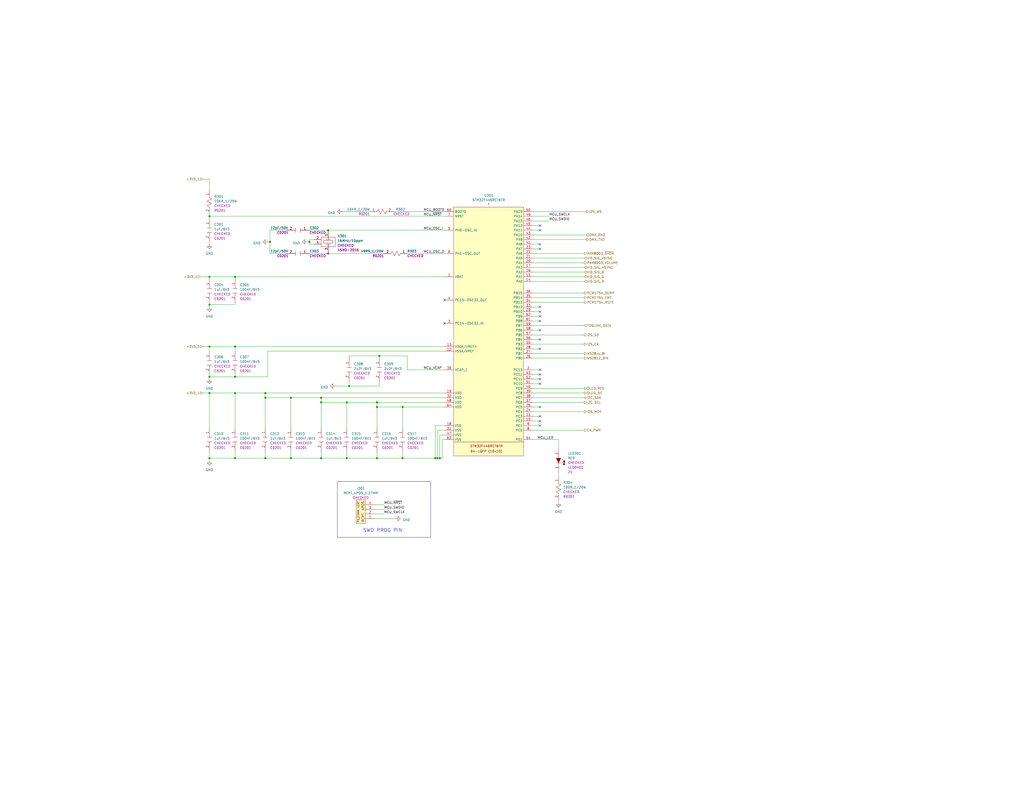
<source format=kicad_sch>
(kicad_sch (version 20230121) (generator eeschema)
  (paper "C")
  (title_block (title "Blender") (date "2023/09/18") (rev "v1.0") (company "Mend0z0") (comment 1 "v1.0") (comment 2 "RELEASED") (comment 3 "Siavash Taher Parvar") (comment 4 "_BOM_Blender_v1.0.html") (comment 5 "_HW_Blender.kicad_pcb") (comment 6 "_GBR_Blender_v1.0") (comment 7 "_ASM_Blender_v1.0") (comment 8 "N/A") (comment 9 "Initial version"))
  (lib_symbols
    (symbol "_SCHLIB_Blender:CAP_100nF/6V3_C0201"
      (property "Reference" "C" (at 2.54 5.08 0))
      (property "Value" "100nF{slash}6V3" (at 2.54 7.62 0))
      (property "SCH CHECK" "CHECKED" (at 2.54 22.86 0))
      (property "Package" "C0201" (at 2.54 25.4 0))
      (symbol "CAP_100nF/6V3_C0201_0_0"
        (polyline (pts (xy 5.08 1.27) (xy 5.08 -1.27)))
        (polyline (pts (xy 7.62 1.27) (xy 7.62 -1.27)))
      )
      (symbol "CAP_100nF/6V3_C0201_1_1"
        (pin passive line (at 0 0 0) (length 5.08) (name "") (number "1"))
        (pin passive line (at 12.7 0 180) (length 5.08) (name "") (number "2"))
      )
    )
    (symbol "_SCHLIB_Blender:CAP_12pF/50V_C0201"
      (property "Reference" "C" (at 3.81 5.08 0))
      (property "Value" "12pF{slash}50V" (at 3.81 7.62 0))
      (property "SCH CHECK" "CHECKED" (at 3.81 22.86 0))
      (property "Package" "C0201" (at 3.81 25.4 0))
      (symbol "CAP_12pF/50V_C0201_0_0"
        (polyline (pts (xy 5.08 1.27) (xy 5.08 -1.27)))
        (polyline (pts (xy 7.62 1.27) (xy 7.62 -1.27)))
      )
      (symbol "CAP_12pF/50V_C0201_1_1"
        (pin passive line (at 0 0 0) (length 5.08) (name "") (number "1"))
        (pin passive line (at 12.7 0 180) (length 5.08) (name "") (number "2"))
      )
    )
    (symbol "_SCHLIB_Blender:CAP_1uF/6V3_C0201"
      (property "Reference" "C" (at 2.54 3.81 0))
      (property "Value" "1uF{slash}6V3" (at 2.54 6.35 0))
      (property "SCH CHECK" "CHECKED" (at 2.54 21.59 0))
      (property "Package" "C0201" (at 2.54 24.13 0))
      (symbol "CAP_1uF/6V3_C0201_0_0"
        (polyline (pts (xy 5.08 1.27) (xy 5.08 -1.27)))
        (polyline (pts (xy 7.62 1.27) (xy 7.62 -1.27)))
      )
      (symbol "CAP_1uF/6V3_C0201_1_1"
        (pin passive line (at 0 0 0) (length 5.08) (name "") (number "1"))
        (pin passive line (at 12.7 0 180) (length 5.08) (name "") (number "2"))
      )
    )
    (symbol "_SCHLIB_Blender:CAP_2u2F/6V3_C0201"
      (property "Reference" "C" (at 2.54 3.81 0))
      (property "Value" "2u2F/6V3" (at 2.54 6.35 0))
      (property "SCH CHECK" "CHECKED" (at 2.54 21.59 0))
      (property "Package" "C0201" (at 2.54 24.13 0))
      (symbol "CAP_2u2F/6V3_C0201_0_0"
        (polyline (pts (xy 5.08 1.27) (xy 5.08 -1.27)))
        (polyline (pts (xy 7.62 1.27) (xy 7.62 -1.27)))
      )
      (symbol "CAP_2u2F/6V3_C0201_1_1"
        (pin passive line (at 0 0 0) (length 5.08) (name "") (number "1"))
        (pin passive line (at 12.7 0 180) (length 5.08) (name "") (number "2"))
      )
    )
    (symbol "_SCHLIB_Blender:CONN_RCPT_4POS_1.27MM_VERT"
      (property "Reference" "J" (at 2.54 2.54 0))
      (property "Value" "RCPT_4POS_1.27MM" (at 2.54 5.08 0))
      (property "SCH CHECK" "CHECKED" (at 2.54 20.32 0))
      (symbol "CONN_RCPT_4POS_1.27MM_VERT_0_0"
        (text "P1.27MM, VERT" (at 8.89 -6.35 900) (effects (font (size 1.016 1.016))))
        (text "RCPT, 4POS" (at 6.35 -6.35 900) (effects (font (size 1.27 1.27))))
      )
      (symbol "CONN_RCPT_4POS_1.27MM_VERT_0_1"
        (rectangle (start 5.08 0) (end 10.16 -12.7) (fill (type background)))
      )
      (symbol "CONN_RCPT_4POS_1.27MM_VERT_1_1"
        (pin passive line (at 0 -2.54 0) (length 5.08) (name "") (number "1"))
        (pin passive line (at 0 -5.08 0) (length 5.08) (name "") (number "2"))
        (pin passive line (at 0 -7.62 0) (length 5.08) (name "") (number "3"))
        (pin passive line (at 0 -10.16 0) (length 5.08) (name "") (number "4"))
      )
    )
    (symbol "_SCHLIB_Blender:LED_RED_0402"
      (property "Reference" "LED" (at 2.54 6.35 0))
      (property "Value" "RED" (at 2.54 8.89 0))
      (property "SCH CHECK" "CHECKED" (at 2.54 24.13 0))
      (property "Package" "LED0402" (at 2.54 26.67 0))
      (property "VOLTAGE RATED" "2V" (at 2.54 29.21 0))
      (symbol "LED_RED_0402_0_1"
        (polyline (pts (xy 5.588 1.905) (xy 6.604 2.794)))
        (polyline (pts (xy 7.239 1.905) (xy 8.001 2.667)))
        (polyline (pts (xy 7.62 -1.27) (xy 7.62 1.27)))
        (polyline (pts (xy 5.08 1.27) (xy 5.08 -1.27) (xy 7.62 0) (xy 5.08 1.27)) (fill (type outline)))
        (polyline (pts (xy 6.223 3.302) (xy 7.112 2.413) (xy 7.366 3.556) (xy 6.223 3.302)) (fill (type outline)))
        (polyline (pts (xy 7.62 3.175) (xy 8.509 2.286) (xy 8.763 3.429) (xy 7.62 3.175)) (fill (type outline)))
      )
      (symbol "LED_RED_0402_1_1"
        (pin passive line (at 12.7 0 180) (length 5.08) (name "") (number "1"))
        (pin passive line (at 0 0 0) (length 5.08) (name "") (number "2"))
      )
    )
    (symbol "_SCHLIB_Blender:MCU_STM32F446RCT6TR"
      (property "Reference" "U" (at 3.81 3.81 0))
      (property "Value" "STM32F446RCT6TR" (at 3.81 6.35 0))
      (property "SCH CHECK" "*" (at 3.81 21.59 0))
      (symbol "MCU_STM32F446RCT6TR_0_0"
        (text "	\nSTM32F446RCT6TR" (at 17.78 -129.54 0) (effects (font (size 1.27 1.27))))
        (text "64-LQFP (10x10)" (at 17.78 -133.35 0) (effects (font (size 1.27 1.27))))
      )
      (symbol "MCU_STM32F446RCT6TR_0_1"
        (polyline (pts (xy 0 -128.27) (xy 38.1 -128.27)))
        (rectangle (start 0 0) (end 38.1 -135.89) (fill (type background)))
      )
      (symbol "MCU_STM32F446RCT6TR_1_1"
        (pin passive line (at -5.08 -38.1 0) (length 5.08) (name "VBAT") (number "1"))
        (pin passive line (at 43.18 -116.84 180) (length 5.08) (name "PC2") (number "10"))
        (pin passive line (at 43.18 -114.3 180) (length 5.08) (name "PC3") (number "11"))
        (pin passive line (at -5.08 -78.74 0) (length 5.08) (name "VSSA/VREF") (number "12"))
        (pin passive line (at -5.08 -76.2 0) (length 5.08) (name "VDDA/VREF+") (number "13"))
        (pin passive line (at 43.18 -40.64 180) (length 5.08) (name "PA0") (number "14"))
        (pin passive line (at 43.18 -38.1 180) (length 5.08) (name "PA1") (number "15"))
        (pin passive line (at 43.18 -35.56 180) (length 5.08) (name "PA2") (number "16"))
        (pin passive line (at 43.18 -33.02 180) (length 5.08) (name "PA3") (number "17"))
        (pin passive line (at -5.08 -119.38 0) (length 5.08) (name "VSS") (number "18"))
        (pin passive line (at -5.08 -101.6 0) (length 5.08) (name "VDD") (number "19"))
        (pin passive line (at 43.18 -88.9 180) (length 5.08) (name "PC13") (number "2"))
        (pin passive line (at 43.18 -30.48 180) (length 5.08) (name "PA4") (number "20"))
        (pin passive line (at 43.18 -27.94 180) (length 5.08) (name "PA5") (number "21"))
        (pin passive line (at 43.18 -25.4 180) (length 5.08) (name "PA6") (number "22"))
        (pin passive line (at 43.18 -22.86 180) (length 5.08) (name "PA7") (number "23"))
        (pin passive line (at 43.18 -111.76 180) (length 5.08) (name "PC4") (number "24"))
        (pin passive line (at 43.18 -109.22 180) (length 5.08) (name "PC5") (number "25"))
        (pin passive line (at 43.18 -82.55 180) (length 5.08) (name "PB0") (number "26"))
        (pin passive line (at 43.18 -80.01 180) (length 5.08) (name "PB1") (number "27"))
        (pin passive line (at 43.18 -77.47 180) (length 5.08) (name "PB2") (number "28"))
        (pin passive line (at 43.18 -57.15 180) (length 5.08) (name "PB10") (number "29"))
        (pin passive line (at -5.08 -63.5 0) (length 5.08) (name "PC14-OSC32_IN") (number "3"))
        (pin passive line (at -5.08 -88.9 0) (length 5.08) (name "VCAP_1") (number "30"))
        (pin passive line (at -5.08 -121.92 0) (length 5.08) (name "VSS") (number "31"))
        (pin passive line (at -5.08 -104.14 0) (length 5.08) (name "VDD") (number "32"))
        (pin passive line (at 43.18 -54.61 180) (length 5.08) (name "PB12") (number "33"))
        (pin passive line (at 43.18 -52.07 180) (length 5.08) (name "PB13") (number "34"))
        (pin passive line (at 43.18 -49.53 180) (length 5.08) (name "PB14") (number "35"))
        (pin passive line (at 43.18 -46.99 180) (length 5.08) (name "PB15") (number "36"))
        (pin passive line (at 43.18 -106.68 180) (length 5.08) (name "PC6") (number "37"))
        (pin passive line (at 43.18 -104.14 180) (length 5.08) (name "PC7") (number "38"))
        (pin passive line (at 43.18 -101.6 180) (length 5.08) (name "PC8") (number "39"))
        (pin passive line (at -5.08 -50.8 0) (length 5.08) (name "PC15-OSC32_OUT") (number "4"))
        (pin passive line (at 43.18 -99.06 180) (length 5.08) (name "PC9") (number "40"))
        (pin passive line (at 43.18 -20.32 180) (length 5.08) (name "PA8") (number "41"))
        (pin passive line (at 43.18 -17.78 180) (length 5.08) (name "PA9") (number "42"))
        (pin passive line (at 43.18 -15.24 180) (length 5.08) (name "PA10") (number "43"))
        (pin passive line (at 43.18 -12.7 180) (length 5.08) (name "PA11") (number "44"))
        (pin passive line (at 43.18 -10.16 180) (length 5.08) (name "PA12") (number "45"))
        (pin passive line (at 43.18 -7.62 180) (length 5.08) (name "PA13") (number "46"))
        (pin passive line (at -5.08 -124.46 0) (length 5.08) (name "VSS") (number "47"))
        (pin passive line (at -5.08 -106.68 0) (length 5.08) (name "VDD") (number "48"))
        (pin passive line (at 43.18 -5.08 180) (length 5.08) (name "PA14") (number "49"))
        (pin passive line (at -5.08 -12.7 0) (length 5.08) (name "PH0-OSC_IN") (number "5"))
        (pin passive line (at 43.18 -2.54 180) (length 5.08) (name "PA15") (number "50"))
        (pin passive line (at 43.18 -96.52 180) (length 5.08) (name "PC10") (number "51"))
        (pin passive line (at 43.18 -93.98 180) (length 5.08) (name "PC11") (number "52"))
        (pin passive line (at 43.18 -91.44 180) (length 5.08) (name "PC12") (number "53"))
        (pin passive line (at 43.18 -127 180) (length 5.08) (name "PD2") (number "54"))
        (pin passive line (at 43.18 -74.93 180) (length 5.08) (name "PB3") (number "55"))
        (pin passive line (at 43.18 -72.39 180) (length 5.08) (name "PB4") (number "56"))
        (pin passive line (at 43.18 -69.85 180) (length 5.08) (name "PB5") (number "57"))
        (pin passive line (at 43.18 -67.31 180) (length 5.08) (name "PB6") (number "58"))
        (pin passive line (at 43.18 -64.77 180) (length 5.08) (name "PB7") (number "59"))
        (pin passive line (at -5.08 -25.4 0) (length 5.08) (name "PH1-OSC_OUT") (number "6"))
        (pin passive line (at -5.08 -2.54 0) (length 5.08) (name "BOOT0") (number "60"))
        (pin passive line (at 43.18 -62.23 180) (length 5.08) (name "PB8") (number "61"))
        (pin passive line (at 43.18 -59.69 180) (length 5.08) (name "PB9") (number "62"))
        (pin passive line (at -5.08 -127 0) (length 5.08) (name "VSS") (number "63"))
        (pin passive line (at -5.08 -109.22 0) (length 5.08) (name "VDD") (number "64"))
        (pin passive line (at -5.08 -5.08 0) (length 5.08) (name "NRST") (number "7"))
        (pin passive line (at 43.18 -121.92 180) (length 5.08) (name "PC0") (number "8"))
        (pin passive line (at 43.18 -119.38 180) (length 5.08) (name "PC1") (number "9"))
      )
    )
    (symbol "_SCHLIB_Blender:RES_100R_1/20W-R0201"
      (property "Reference" "R" (at 2.54 3.81 0))
      (property "Value" "100R_1{slash}20W" (at 2.54 6.35 0))
      (property "SCH CHECK" "CHECKED" (at 2.54 21.59 0))
      (property "Package" "R0201" (at 2.54 24.13 0))
      (symbol "RES_100R_1/20W-R0201_0_0"
        (polyline (pts (xy 3.81 0) (xy 4.445 1.27) (xy 5.715 -1.27) (xy 6.985 1.27) (xy 8.255 -1.27) (xy 8.89 0)))
      )
      (symbol "RES_100R_1/20W-R0201_1_1"
        (pin passive line (at 0 0 0) (length 3.81) (name "") (number "1"))
        (pin passive line (at 12.7 0 180) (length 3.81) (name "") (number "2"))
      )
    )
    (symbol "_SCHLIB_Blender:RES_10KR_1/20W-R0201"
      (property "Reference" "R" (at 2.54 5.08 0))
      (property "Value" "10KR_1{slash}20W" (at 2.54 7.62 0))
      (property "SCH CHECK" "CHECKED" (at 2.54 22.86 0))
      (property "Package" "R0201" (at 2.54 25.4 0))
      (symbol "RES_10KR_1/20W-R0201_0_0"
        (polyline (pts (xy 3.81 0) (xy 4.445 1.27) (xy 5.715 -1.27) (xy 6.985 1.27) (xy 8.255 -1.27) (xy 8.89 0)))
      )
      (symbol "RES_10KR_1/20W-R0201_1_1"
        (pin passive line (at 0 0 0) (length 3.81) (name "") (number "1"))
        (pin passive line (at 12.7 0 180) (length 3.81) (name "") (number "2"))
      )
    )
    (symbol "_SCHLIB_Blender:RES_49R9_1/20W-R0201"
      (property "Reference" "R" (at 2.54 3.81 0))
      (property "Value" "49R9_1/20W" (at 2.54 6.35 0))
      (property "SCH CHECK" "CHECKED" (at 2.54 21.59 0))
      (property "Package" "R0201" (at 2.54 24.13 0))
      (symbol "RES_49R9_1/20W-R0201_0_0"
        (polyline (pts (xy 3.81 0) (xy 4.445 1.27) (xy 5.715 -1.27) (xy 6.985 1.27) (xy 8.255 -1.27) (xy 8.89 0)))
      )
      (symbol "RES_49R9_1/20W-R0201_1_1"
        (pin passive line (at 0 0 0) (length 3.81) (name "") (number "1"))
        (pin passive line (at 12.7 0 180) (length 3.81) (name "") (number "2"))
      )
    )
    (symbol "_SCHLIB_Blender:XTAL_ECS-160-12-37B-CTN-TR"
      (property "Reference" "X" (at 3.81 7.62 0))
      (property "Value" "16MHz/10ppm" (at 3.81 10.16 0))
      (property "SCH CHECK" "CHECKED" (at 3.81 25.4 0))
      (property "Package" "4SMD-2016" (at 3.81 27.94 0))
      (symbol "XTAL_ECS-160-12-37B-CTN-TR_0_1"
        (polyline (pts (xy 5.08 1.27) (xy 5.08 -1.27)))
        (polyline (pts (xy 7.62 1.27) (xy 7.62 -1.27)))
        (polyline (pts (xy 3.81 3.81) (xy 3.81 -3.81) (xy 8.89 -3.81) (xy 8.89 3.81) (xy 3.81 3.81)))
        (polyline (pts (xy 5.715 2.54) (xy 6.985 2.54) (xy 6.985 -2.54) (xy 5.715 -2.54) (xy 5.715 2.54)))
      )
      (symbol "XTAL_ECS-160-12-37B-CTN-TR_1_1"
        (pin passive line (at 0 0 0) (length 5.08) (name "") (number "1"))
        (pin passive line (at 5.08 -7.62 90) (length 3.81) (name "") (number "2"))
        (pin passive line (at 12.7 0 180) (length 5.08) (name "") (number "3"))
        (pin passive line (at 7.62 -7.62 90) (length 3.81) (name "") (number "4"))
      )
    )
    (symbol "power:GND" (power) (pin_names (offset 0))
      (property "Value" "GND" (at 0 -3.81 0))
      (symbol "GND_0_1"
        (polyline (pts (xy 0 0) (xy 0 -1.27) (xy 1.27 -1.27) (xy 0 -2.54) (xy -1.27 -1.27) (xy 0 -1.27)))
      )
      (symbol "GND_1_1"
        (pin power_in line (at 0 0 270) (length 0) hide (name "GND") (number "1"))
      )
    )
  )
  (junction (at 175.26 250.19))
  (junction (at 128.27 214.63))
  (junction (at 158.75 217.17))
  (junction (at 205.74 219.71))
  (junction (at 219.71 222.25))
  (junction (at 189.23 250.19))
  (junction (at 128.27 205.74))
  (junction (at 147.32 132.08))
  (junction (at 114.3 205.74))
  (junction (at 205.74 250.19))
  (junction (at 205.74 222.25))
  (junction (at 128.27 151.13))
  (junction (at 144.78 214.63))
  (junction (at 168.91 132.08))
  (junction (at 219.71 250.19))
  (junction (at 114.3 189.23))
  (junction (at 207.01 194.31))
  (junction (at 114.3 166.37))
  (junction (at 190.5 210.82))
  (junction (at 158.75 250.19))
  (junction (at 128.27 189.23))
  (junction (at 179.07 125.73))
  (junction (at 144.78 250.19))
  (junction (at 175.26 219.71))
  (junction (at 114.3 250.19))
  (junction (at 175.26 217.17))
  (junction (at 237.49 250.19))
  (junction (at 189.23 219.71))
  (junction (at 240.03 250.19))
  (junction (at 114.3 118.11))
  (junction (at 114.3 151.13))
  (junction (at 128.27 250.19))
  (junction (at 114.3 214.63))
  (junction (at 144.78 217.17))
  (junction (at 238.76 250.19))
  (junction (at 179.07 138.43))
  (no_connect (at 294.64 207.01))
  (no_connect (at 294.64 201.93))
  (no_connect (at 294.64 227.33))
  (no_connect (at 294.64 167.64))
  (no_connect (at 294.64 133.35))
  (no_connect (at 294.64 185.42))
  (no_connect (at 294.64 204.47))
  (no_connect (at 294.64 172.72))
  (no_connect (at 294.64 232.41))
  (no_connect (at 294.64 209.55))
  (no_connect (at 294.64 123.19))
  (no_connect (at 242.57 163.83))
  (no_connect (at 294.64 125.73))
  (no_connect (at 242.57 176.53))
  (no_connect (at 294.64 190.5))
  (no_connect (at 294.64 222.25))
  (no_connect (at 294.64 170.18))
  (no_connect (at 294.64 175.26))
  (no_connect (at 294.64 135.89))
  (no_connect (at 294.64 229.87))
  (no_connect (at 294.64 180.34))
  (wire (pts (xy 242.57 240.03) (xy 241.3 240.03)))
  (wire (pts (xy 189.23 219.71) (xy 175.26 219.71)))
  (wire (pts (xy 237.49 250.19) (xy 219.71 250.19)))
  (wire (pts (xy 128.27 204.47) (xy 128.27 205.74)))
  (wire (pts (xy 237.49 232.41) (xy 237.49 250.19)))
  (wire (pts (xy 114.3 214.63) (xy 114.3 233.68)))
  (wire (pts (xy 158.75 246.38) (xy 158.75 250.19)))
  (wire (pts (xy 294.64 222.25) (xy 290.83 222.25)))
  (wire (pts (xy 294.64 204.47) (xy 290.83 204.47)))
  (wire (pts (xy 242.57 191.77) (xy 146.05 191.77)))
  (wire (pts (xy 114.3 118.11) (xy 242.57 118.11)))
  (wire (pts (xy 114.3 205.74) (xy 114.3 207.01)))
  (wire (pts (xy 175.26 217.17) (xy 175.26 219.71)))
  (wire (pts (xy 168.91 130.81) (xy 168.91 132.08)))
  (wire (pts (xy 318.77 140.97) (xy 290.83 140.97)))
  (wire (pts (xy 294.64 172.72) (xy 290.83 172.72)))
  (wire (pts (xy 294.64 201.93) (xy 290.83 201.93)))
  (wire (pts (xy 114.3 116.84) (xy 114.3 118.11)))
  (wire (pts (xy 128.27 189.23) (xy 128.27 191.77)))
  (wire (pts (xy 294.64 207.01) (xy 290.83 207.01)))
  (wire (pts (xy 147.32 138.43) (xy 156.21 138.43)))
  (wire (pts (xy 146.05 132.08) (xy 147.32 132.08)))
  (wire (pts (xy 204.47 275.59) (xy 209.55 275.59)))
  (wire (pts (xy 294.64 185.42) (xy 290.83 185.42)))
  (wire (pts (xy 128.27 166.37) (xy 114.3 166.37)))
  (wire (pts (xy 189.23 219.71) (xy 205.74 219.71)))
  (wire (pts (xy 294.64 229.87) (xy 290.83 229.87)))
  (wire (pts (xy 318.77 146.05) (xy 290.83 146.05)))
  (wire (pts (xy 144.78 250.19) (xy 128.27 250.19)))
  (wire (pts (xy 207.01 208.28) (xy 207.01 210.82)))
  (wire (pts (xy 219.71 222.25) (xy 242.57 222.25)))
  (wire (pts (xy 205.74 222.25) (xy 205.74 233.68)))
  (wire (pts (xy 144.78 214.63) (xy 144.78 217.17)))
  (wire (pts (xy 294.64 232.41) (xy 290.83 232.41)))
  (wire (pts (xy 242.57 232.41) (xy 237.49 232.41)))
  (wire (pts (xy 241.3 240.03) (xy 241.3 250.19)))
  (wire (pts (xy 128.27 151.13) (xy 242.57 151.13)))
  (wire (pts (xy 144.78 250.19) (xy 144.78 246.38)))
  (wire (pts (xy 222.25 201.93) (xy 242.57 201.93)))
  (wire (pts (xy 207.01 194.31) (xy 207.01 195.58)))
  (wire (pts (xy 158.75 250.19) (xy 144.78 250.19)))
  (wire (pts (xy 158.75 217.17) (xy 158.75 233.68)))
  (wire (pts (xy 205.74 246.38) (xy 205.74 250.19)))
  (wire (pts (xy 175.26 250.19) (xy 158.75 250.19)))
  (wire (pts (xy 186.69 115.57) (xy 201.93 115.57)))
  (wire (pts (xy 114.3 250.19) (xy 114.3 251.46)))
  (wire (pts (xy 219.71 250.19) (xy 205.74 250.19)))
  (wire (pts (xy 222.25 201.93) (xy 222.25 194.31)))
  (wire (pts (xy 320.04 115.57) (xy 290.83 115.57)))
  (wire (pts (xy 190.5 194.31) (xy 190.5 195.58)))
  (wire (pts (xy 114.3 166.37) (xy 114.3 165.1)))
  (wire (pts (xy 114.3 205.74) (xy 114.3 204.47)))
  (wire (pts (xy 294.64 170.18) (xy 290.83 170.18)))
  (wire (pts (xy 182.88 210.82) (xy 190.5 210.82)))
  (wire (pts (xy 304.8 240.03) (xy 290.83 240.03)))
  (wire (pts (xy 318.77 162.56) (xy 290.83 162.56)))
  (wire (pts (xy 215.9 283.21) (xy 204.47 283.21)))
  (wire (pts (xy 168.91 132.08) (xy 168.91 133.35)))
  (wire (pts (xy 114.3 250.19) (xy 114.3 246.38)))
  (wire (pts (xy 294.64 227.33) (xy 290.83 227.33)))
  (wire (pts (xy 318.77 195.58) (xy 290.83 195.58)))
  (wire (pts (xy 207.01 210.82) (xy 190.5 210.82)))
  (wire (pts (xy 219.71 222.25) (xy 219.71 233.68)))
  (wire (pts (xy 146.05 205.74) (xy 128.27 205.74)))
  (wire (pts (xy 294.64 190.5) (xy 290.83 190.5)))
  (wire (pts (xy 190.5 208.28) (xy 190.5 210.82)))
  (wire (pts (xy 318.77 165.1) (xy 290.83 165.1)))
  (wire (pts (xy 158.75 217.17) (xy 175.26 217.17)))
  (wire (pts (xy 114.3 151.13) (xy 114.3 152.4)))
  (wire (pts (xy 294.64 167.64) (xy 290.83 167.64)))
  (wire (pts (xy 320.04 128.27) (xy 290.83 128.27)))
  (wire (pts (xy 318.77 193.04) (xy 290.83 193.04)))
  (wire (pts (xy 168.91 133.35) (xy 171.45 133.35)))
  (wire (pts (xy 240.03 250.19) (xy 238.76 250.19)))
  (wire (pts (xy 144.78 214.63) (xy 242.57 214.63)))
  (wire (pts (xy 128.27 250.19) (xy 114.3 250.19)))
  (wire (pts (xy 242.57 234.95) (xy 238.76 234.95)))
  (wire (pts (xy 128.27 151.13) (xy 114.3 151.13)))
  (wire (pts (xy 109.22 151.13) (xy 114.3 151.13)))
  (wire (pts (xy 114.3 167.64) (xy 114.3 166.37)))
  (wire (pts (xy 156.21 125.73) (xy 147.32 125.73)))
  (wire (pts (xy 242.57 237.49) (xy 240.03 237.49)))
  (wire (pts (xy 299.72 120.65) (xy 290.83 120.65)))
  (wire (pts (xy 318.77 143.51) (xy 290.83 143.51)))
  (wire (pts (xy 294.64 175.26) (xy 290.83 175.26)))
  (wire (pts (xy 318.77 212.09) (xy 290.83 212.09)))
  (wire (pts (xy 320.04 130.81) (xy 290.83 130.81)))
  (wire (pts (xy 110.49 97.79) (xy 114.3 97.79)))
  (wire (pts (xy 128.27 246.38) (xy 128.27 250.19)))
  (wire (pts (xy 179.07 138.43) (xy 209.55 138.43)))
  (wire (pts (xy 207.01 194.31) (xy 190.5 194.31)))
  (wire (pts (xy 205.74 219.71) (xy 205.74 222.25)))
  (wire (pts (xy 304.8 245.11) (xy 304.8 240.03)))
  (wire (pts (xy 318.77 187.96) (xy 290.83 187.96)))
  (wire (pts (xy 114.3 97.79) (xy 114.3 104.14)))
  (wire (pts (xy 209.55 278.13) (xy 204.47 278.13)))
  (wire (pts (xy 167.64 132.08) (xy 168.91 132.08)))
  (wire (pts (xy 318.77 214.63) (xy 290.83 214.63)))
  (wire (pts (xy 318.77 148.59) (xy 290.83 148.59)))
  (wire (pts (xy 294.64 180.34) (xy 290.83 180.34)))
  (wire (pts (xy 294.64 133.35) (xy 290.83 133.35)))
  (wire (pts (xy 144.78 217.17) (xy 144.78 233.68)))
  (wire (pts (xy 128.27 165.1) (xy 128.27 166.37)))
  (wire (pts (xy 318.77 160.02) (xy 290.83 160.02)))
  (wire (pts (xy 175.26 217.17) (xy 242.57 217.17)))
  (wire (pts (xy 318.77 151.13) (xy 290.83 151.13)))
  (wire (pts (xy 128.27 189.23) (xy 114.3 189.23)))
  (wire (pts (xy 189.23 246.38) (xy 189.23 250.19)))
  (wire (pts (xy 318.77 234.95) (xy 290.83 234.95)))
  (wire (pts (xy 189.23 219.71) (xy 189.23 233.68)))
  (wire (pts (xy 146.05 191.77) (xy 146.05 205.74)))
  (wire (pts (xy 168.91 125.73) (xy 179.07 125.73)))
  (wire (pts (xy 114.3 189.23) (xy 114.3 191.77)))
  (wire (pts (xy 219.71 246.38) (xy 219.71 250.19)))
  (wire (pts (xy 238.76 250.19) (xy 237.49 250.19)))
  (wire (pts (xy 179.07 125.73) (xy 242.57 125.73)))
  (wire (pts (xy 299.72 118.11) (xy 290.83 118.11)))
  (wire (pts (xy 147.32 125.73) (xy 147.32 132.08)))
  (wire (pts (xy 128.27 151.13) (xy 128.27 152.4)))
  (wire (pts (xy 214.63 115.57) (xy 242.57 115.57)))
  (wire (pts (xy 318.77 217.17) (xy 290.83 217.17)))
  (wire (pts (xy 222.25 138.43) (xy 242.57 138.43)))
  (wire (pts (xy 304.8 274.32) (xy 304.8 273.05)))
  (wire (pts (xy 219.71 222.25) (xy 205.74 222.25)))
  (wire (pts (xy 240.03 237.49) (xy 240.03 250.19)))
  (wire (pts (xy 241.3 250.19) (xy 240.03 250.19)))
  (wire (pts (xy 205.74 250.19) (xy 189.23 250.19)))
  (wire (pts (xy 128.27 214.63) (xy 128.27 233.68)))
  (wire (pts (xy 318.77 138.43) (xy 290.83 138.43)))
  (wire (pts (xy 238.76 234.95) (xy 238.76 250.19)))
  (wire (pts (xy 175.26 219.71) (xy 175.26 233.68)))
  (wire (pts (xy 110.49 214.63) (xy 114.3 214.63)))
  (wire (pts (xy 209.55 280.67) (xy 204.47 280.67)))
  (wire (pts (xy 147.32 132.08) (xy 147.32 138.43)))
  (wire (pts (xy 294.64 209.55) (xy 290.83 209.55)))
  (wire (pts (xy 110.49 189.23) (xy 114.3 189.23)))
  (wire (pts (xy 318.77 153.67) (xy 290.83 153.67)))
  (wire (pts (xy 205.74 219.71) (xy 242.57 219.71)))
  (wire (pts (xy 128.27 214.63) (xy 144.78 214.63)))
  (wire (pts (xy 294.64 135.89) (xy 290.83 135.89)))
  (wire (pts (xy 318.77 219.71) (xy 290.83 219.71)))
  (wire (pts (xy 158.75 217.17) (xy 144.78 217.17)))
  (wire (pts (xy 168.91 138.43) (xy 179.07 138.43)))
  (wire (pts (xy 175.26 250.19) (xy 175.26 246.38)))
  (wire (pts (xy 128.27 214.63) (xy 114.3 214.63)))
  (wire (pts (xy 114.3 118.11) (xy 114.3 119.38)))
  (wire (pts (xy 114.3 132.08) (xy 114.3 133.35)))
  (wire (pts (xy 189.23 250.19) (xy 175.26 250.19)))
  (wire (pts (xy 318.77 182.88) (xy 290.83 182.88)))
  (wire (pts (xy 318.77 177.8) (xy 290.83 177.8)))
  (wire (pts (xy 318.77 224.79) (xy 290.83 224.79)))
  (wire (pts (xy 128.27 205.74) (xy 114.3 205.74)))
  (wire (pts (xy 294.64 125.73) (xy 290.83 125.73)))
  (wire (pts (xy 171.45 130.81) (xy 168.91 130.81)))
  (wire (pts (xy 128.27 189.23) (xy 242.57 189.23)))
  (wire (pts (xy 294.64 123.19) (xy 290.83 123.19)))
  (wire (pts (xy 222.25 194.31) (xy 207.01 194.31)))
  (wire (pts (xy 304.8 257.81) (xy 304.8 260.35)))
  (rectangle (start 184.15 262.89) (end 234.95 293.37))
  (text "SWD PROG PIN" (at 198.12 290.83 0) (effects (font (size 1.905 1.905)) (justify left bottom)))
  (label "MCU_SWDIO" (at 209.55 278.13 0))
  (label "MCU_OSC_O" (at 231.14 138.43 0))
  (label "MCU_LED" (at 293.37 240.03 0))
  (label "MCU_SWDIO" (at 299.72 120.65 0))
  (label "MCU_SWCLK" (at 299.72 118.11 0))
  (label "MCU_~{NRST}" (at 209.55 275.59 0))
  (label "MCU_~{NRST}" (at 231.14 118.11 0))
  (label "MCU_SWCLK" (at 209.55 280.67 0))
  (label "MCU_BOOT0" (at 231.14 115.57 0))
  (label "MCU_OSC_I" (at 231.14 125.73 0))
  (label "MCU_VCAP" (at 231.14 201.93 0))
  (hierarchical_label "VID_SIG_B" (shape input) (at 318.77 148.59 0))
  (hierarchical_label "PAM8003_~{SHDN}" (shape output) (at 318.77 138.43 0))
  (hierarchical_label "I2C_SCL" (shape output) (at 318.77 219.71 0))
  (hierarchical_label "PCM1754_FMT" (shape output) (at 318.77 162.56 0))
  (hierarchical_label "I2C_SDA" (shape bidirectional) (at 318.77 217.17 0))
  (hierarchical_label "WS2812_DIN" (shape output) (at 318.77 195.58 0))
  (hierarchical_label "+3V3_1" (shape input) (at 110.49 189.23 180))
  (hierarchical_label "DMX_TXD" (shape output) (at 320.04 130.81 0))
  (hierarchical_label "DMX_RXD" (shape input) (at 320.04 128.27 0))
  (hierarchical_label "+3V3_1" (shape input) (at 110.49 97.79 180))
  (hierarchical_label "I2S_CK" (shape output) (at 318.77 187.96 0))
  (hierarchical_label "OLED_RES" (shape output) (at 318.77 212.09 0))
  (hierarchical_label "PCM1754_MUTE" (shape output) (at 318.77 165.1 0))
  (hierarchical_label "+3V3_1" (shape input) (at 110.49 214.63 180))
  (hierarchical_label "I2S_MCK" (shape output) (at 318.77 224.79 0))
  (hierarchical_label "PAM8003_VOLUME" (shape output) (at 318.77 143.51 0))
  (hierarchical_label "+3V3_1" (shape input) (at 109.22 151.13 180))
  (hierarchical_label "PCM1754_DEMP" (shape output) (at 318.77 160.02 0))
  (hierarchical_label "OLED_DC" (shape output) (at 318.77 214.63 0))
  (hierarchical_label "EN_PWR" (shape output) (at 318.77 234.95 0))
  (hierarchical_label "I2S_SD" (shape output) (at 318.77 182.88 0))
  (hierarchical_label "VID_SIG_VSYNC" (shape input) (at 318.77 140.97 0))
  (hierarchical_label "I2S_WS" (shape output) (at 320.04 115.57 0))
  (hierarchical_label "VID_SIG_HSYNC" (shape input) (at 318.77 146.05 0))
  (hierarchical_label "VID_SIG_G" (shape input) (at 318.77 151.13 0))
  (hierarchical_label "VID_SIG_R" (shape input) (at 318.77 153.67 0))
  (hierarchical_label "WS28xx_BI" (shape output) (at 318.77 193.04 0))
  (hierarchical_label "TOSLINK_DATA" (shape input) (at 318.77 177.8 0))
  (symbol (lib_id "_SCHLIB_Blender:CAP_1uF/6V3_C0201") (at 205.74 233.68 270) (unit 1)
    (property "Reference" "C316" (at 208.28 236.855 90) (effects (justify left)))
    (property "Value" "1uF/6V3" (at 208.28 239.395 90) (effects (justify left)))
    (property "Footprint" "Capacitor_SMD:C_0201_0603Metric" (effects hide))
    (property "Datasheet" "http://weblib.samsungsem.com/mlcc/mlcc-ec-data-sheet.do?partNumber=CL03A105MQ3CSN" (effects hide))
    (property "Description" "1 µF ±20% 6.3V Ceramic Capacitor X5R 0201 (0603 Metric)" (effects hide))
    (property "Part Number" "CL03A105MQ3CSNH" (effects hide))
    (property "Link" "https://www.digikey.ca/en/products/detail/samsung-electro-mechanics/CL03A105MQ3CSNH/3894097" (effects hide))
    (property "SCH CHECK" "CHECKED" (at 208.28 241.935 90) (effects (justify left)))
    (property "Package" "C0201" (at 208.28 244.475 90) (effects (justify left)))
  )
  (symbol (lib_id "power:GND") (at 186.69 115.57 270) (unit 1)
    (property "Reference" "#PWR0301" (effects hide))
    (property "Value" "GND" (at 182.88 116.205 90) (effects (justify right)))
  )
  (symbol (lib_id "_SCHLIB_Blender:CAP_100nF/6V3_C0201") (at 189.23 233.68 270) (unit 1)
    (property "Reference" "C315" (at 191.77 236.855 90) (effects (justify left)))
    (property "Value" "100nF/6V3" (at 191.77 239.395 90) (effects (justify left)))
    (property "Footprint" "Capacitor_SMD:C_0201_0603Metric" (effects hide))
    (property "Datasheet" "https://www.yageo.com/upload/media/product/productsearch/datasheet/mlcc/UPY-GPHC_X7R_6.3V-to-250V_22.pdf" (effects hide))
    (property "Description" "0.1 µF ±10% 6.3V Ceramic Capacitor X7R 0201 (0603 Metric)" (effects hide))
    (property "Part Number" "CC0201KRX7R5BB104" (effects hide))
    (property "Link" "https://www.digikey.ca/en/products/detail/yageo/CC0201KRX7R5BB104/12698853" (effects hide))
    (property "SCH CHECK" "CHECKED" (at 191.77 241.935 90) (effects (justify left)))
    (property "Package" "C0201" (at 191.77 244.475 90) (effects (justify left)))
  )
  (symbol (lib_id "_SCHLIB_Blender:CAP_1uF/6V3_C0201") (at 114.3 233.68 270) (unit 1)
    (property "Reference" "C310" (at 116.84 236.855 90) (effects (justify left)))
    (property "Value" "1uF/6V3" (at 116.84 239.395 90) (effects (justify left)))
    (property "Footprint" "Capacitor_SMD:C_0201_0603Metric" (effects hide))
    (property "Datasheet" "http://weblib.samsungsem.com/mlcc/mlcc-ec-data-sheet.do?partNumber=CL03A105MQ3CSN" (effects hide))
    (property "Description" "1 µF ±20% 6.3V Ceramic Capacitor X5R 0201 (0603 Metric)" (effects hide))
    (property "Part Number" "CL03A105MQ3CSNH" (effects hide))
    (property "Link" "https://www.digikey.ca/en/products/detail/samsung-electro-mechanics/CL03A105MQ3CSNH/3894097" (effects hide))
    (property "SCH CHECK" "CHECKED" (at 116.84 241.935 90) (effects (justify left)))
    (property "Package" "C0201" (at 116.84 244.475 90) (effects (justify left)))
  )
  (symbol (lib_id "_SCHLIB_Blender:CAP_100nF/6V3_C0201") (at 128.27 191.77 270) (unit 1)
    (property "Reference" "C307" (at 130.81 194.945 90) (effects (justify left)))
    (property "Value" "100nF/6V3" (at 130.81 197.485 90) (effects (justify left)))
    (property "Footprint" "Capacitor_SMD:C_0201_0603Metric" (effects hide))
    (property "Datasheet" "https://www.yageo.com/upload/media/product/productsearch/datasheet/mlcc/UPY-GPHC_X7R_6.3V-to-250V_22.pdf" (effects hide))
    (property "Description" "0.1 µF ±10% 6.3V Ceramic Capacitor X7R 0201 (0603 Metric)" (effects hide))
    (property "Part Number" "CC0201KRX7R5BB104" (effects hide))
    (property "Link" "https://www.digikey.ca/en/products/detail/yageo/CC0201KRX7R5BB104/12698853" (effects hide))
    (property "SCH CHECK" "CHECKED" (at 130.81 200.025 90) (effects (justify left)))
    (property "Package" "C0201" (at 130.81 202.565 90) (effects (justify left)))
  )
  (symbol (lib_id "_SCHLIB_Blender:CAP_1uF/6V3_C0201") (at 114.3 191.77 270) (unit 1)
    (property "Reference" "C306" (at 116.84 194.945 90) (effects (justify left)))
    (property "Value" "1uF/6V3" (at 116.84 197.485 90) (effects (justify left)))
    (property "Footprint" "Capacitor_SMD:C_0201_0603Metric" (effects hide))
    (property "Datasheet" "http://weblib.samsungsem.com/mlcc/mlcc-ec-data-sheet.do?partNumber=CL03A105MQ3CSN" (effects hide))
    (property "Description" "1 µF ±20% 6.3V Ceramic Capacitor X5R 0201 (0603 Metric)" (effects hide))
    (property "Part Number" "CL03A105MQ3CSNH" (effects hide))
    (property "Link" "https://www.digikey.ca/en/products/detail/samsung-electro-mechanics/CL03A105MQ3CSNH/3894097" (effects hide))
    (property "SCH CHECK" "CHECKED" (at 116.84 200.025 90) (effects (justify left)))
    (property "Package" "C0201" (at 116.84 202.565 90) (effects (justify left)))
  )
  (symbol (lib_id "power:GND") (at 114.3 207.01 0) (unit 1)
    (property "Reference" "#PWR0306" (effects hide))
    (property "Value" "GND" (at 114.3 212.09 0))
  )
  (symbol (lib_id "_SCHLIB_Blender:CAP_2u2F/6V3_C0201") (at 190.5 195.58 270) (unit 1)
    (property "Reference" "C308" (at 193.04 198.755 90) (effects (justify left)))
    (property "Value" "2u2F/6V3" (at 193.04 201.295 90) (effects (justify left)))
    (property "Footprint" "Capacitor_SMD:C_0201_0603Metric" (effects hide))
    (property "Datasheet" "https://ele.kyocera.com/assets/products/capacitor/CM_Series_e.pdf" (effects hide))
    (property "Description" "2.2 µF ±20% 6.3V Ceramic Capacitor X5R 0201 (0603 Metric)" (effects hide))
    (property "Part Number" "CM03X5R225M06AH" (effects hide))
    (property "Link" "https://www.digikey.ca/en/products/detail/kyocera-avx/CM03X5R225M06AH/10815044" (effects hide))
    (property "SCH CHECK" "CHECKED" (at 193.04 203.835 90) (effects (justify left)))
    (property "Package" "C0201" (at 193.04 206.375 90) (effects (justify left)))
  )
  (symbol (lib_id "power:GND") (at 146.05 132.08 270) (unit 1)
    (property "Reference" "#PWR0302" (effects hide))
    (property "Value" "GND" (at 142.24 132.715 90) (effects (justify right)))
  )
  (symbol (lib_id "_SCHLIB_Blender:LED_RED_0402") (at 304.8 245.11 270) (unit 1)
    (property "Reference" "LED301" (at 309.88 247.5865 90) (effects (justify left)))
    (property "Value" "RED" (at 309.88 250.1265 90) (effects (justify left)))
    (property "Footprint" "LED_SMD:LED_0402_1005Metric" (effects hide))
    (property "Datasheet" "https://media.digikey.com/pdf/Data%20Sheets/Harvatek%20PDFs/B2841USD-20D001014U1930.pdf" (effects hide))
    (property "Description" "Red 624nm LED Indication - Discrete 2V 0402 (1005 Metric)" (effects hide))
    (property "Part Number" "B2841USD-20D001014U1930" (effects hide))
    (property "Link" "https://www.digikey.ca/en/products/detail/harvatek-corporation/B2841USD-20D001014U1930/16729514?s=N4IgTCBcDaIEJgBwBYCMBVAygEQLRgAZsCDVTl1UBOAZgJAF0BfIA" (effects hide))
    (property "SCH CHECK" "CHECKED" (at 309.88 252.6665 90) (effects (justify left)))
    (property "Package" "LED0402" (at 309.88 255.2065 90) (effects (justify left)))
    (property "VOLTAGE RATED" "2V" (at 309.88 257.7465 90) (effects (justify left)))
  )
  (symbol (lib_id "_SCHLIB_Blender:CAP_1uF/6V3_C0201") (at 114.3 119.38 270) (unit 1)
    (property "Reference" "C301" (at 116.84 122.555 90) (effects (justify left)))
    (property "Value" "1uF/6V3" (at 116.84 125.095 90) (effects (justify left)))
    (property "Footprint" "Capacitor_SMD:C_0201_0603Metric" (effects hide))
    (property "Datasheet" "http://weblib.samsungsem.com/mlcc/mlcc-ec-data-sheet.do?partNumber=CL03A105MQ3CSN" (effects hide))
    (property "Description" "1 µF ±20% 6.3V Ceramic Capacitor X5R 0201 (0603 Metric)" (effects hide))
    (property "Part Number" "CL03A105MQ3CSNH" (effects hide))
    (property "Link" "https://www.digikey.ca/en/products/detail/samsung-electro-mechanics/CL03A105MQ3CSNH/3894097" (effects hide))
    (property "SCH CHECK" "CHECKED" (at 116.84 127.635 90) (effects (justify left)))
    (property "Package" "C0201" (at 116.84 130.175 90) (effects (justify left)))
  )
  (symbol (lib_id "power:GND") (at 114.3 251.46 0) (unit 1)
    (property "Reference" "#PWR0308" (effects hide))
    (property "Value" "GND" (at 114.3 256.54 0))
  )
  (symbol (lib_id "power:GND") (at 182.88 210.82 270) (unit 1)
    (property "Reference" "#PWR0307" (effects hide))
    (property "Value" "GND" (at 179.07 211.455 90) (effects (justify right)))
  )
  (symbol (lib_id "_SCHLIB_Blender:CAP_2u2F/6V3_C0201") (at 207.01 195.58 270) (unit 1)
    (property "Reference" "C309" (at 209.55 198.755 90) (effects (justify left)))
    (property "Value" "2u2F/6V3" (at 209.55 201.295 90) (effects (justify left)))
    (property "Footprint" "Capacitor_SMD:C_0201_0603Metric" (effects hide))
    (property "Datasheet" "https://ele.kyocera.com/assets/products/capacitor/CM_Series_e.pdf" (effects hide))
    (property "Description" "2.2 µF ±20% 6.3V Ceramic Capacitor X5R 0201 (0603 Metric)" (effects hide))
    (property "Part Number" "CM03X5R225M06AH" (effects hide))
    (property "Link" "https://www.digikey.ca/en/products/detail/kyocera-avx/CM03X5R225M06AH/10815044" (effects hide))
    (property "SCH CHECK" "CHECKED" (at 209.55 203.835 90) (effects (justify left)))
    (property "Package" "C0201" (at 209.55 206.375 90) (effects (justify left)))
  )
  (symbol (lib_id "_SCHLIB_Blender:CAP_12pF/50V_C0201") (at 168.91 138.43 180) (unit 1)
    (property "Reference" "C303" (at 171.45 137.16 0))
    (property "Value" "12pF/50V" (at 152.4 137.16 0))
    (property "Footprint" "Capacitor_SMD:C_0201_0603Metric" (effects hide))
    (property "Datasheet" "https://www.yageo.com/upload/media/product/productsearch/datasheet/mlcc/UPY-GP_NP0_16V-to-50V_18.pdf" (effects hide))
    (property "Description" "12 pF ±5% 50V Ceramic Capacitor C0G, NP0 0201 (0603 Metric)" (effects hide))
    (property "Part Number" "CC0201JRNPO9BN120" (effects hide))
    (property "Link" "https://www.digikey.ca/en/products/detail/yageo/CC0201JRNPO9BN120/5194994" (effects hide))
    (property "SCH CHECK" "CHECKED" (at 177.8 139.7 0) (effects (justify left)))
    (property "Package" "C0201" (at 157.48 139.7 0) (effects (justify left)))
  )
  (symbol (lib_id "_SCHLIB_Blender:CONN_RCPT_4POS_1.27MM_VERT") (at 204.47 285.75 180) (unit 1)
    (property "Reference" "J301" (at 196.85 266.7 0))
    (property "Value" "RCPT_4POS_1.27MM" (at 196.85 269.24 0))
    (property "Footprint" "Connector_PinHeader_1.27mm:PinHeader_1x04_P1.27mm_Vertical" (effects hide))
    (property "Datasheet" "https://gct.co/files/specs/1.27mm-socket-spec.pdf" (effects hide))
    (property "Description" "4 Position Receptacle Connector 0.050\" (1.27mm) Through Hole Gold" (effects hide))
    (property "Part Number" "BD080-04-A-0230-L-D" (effects hide))
    (property "Link" "https://www.digikey.ca/en/products/detail/gct/BD080-04-A-0230-L-D/13901357" (effects hide))
    (property "SCH CHECK" "CHECKED" (at 196.85 271.78 0))
  )
  (symbol (lib_id "power:GND") (at 114.3 133.35 0) (unit 1)
    (property "Reference" "#PWR0304" (effects hide))
    (property "Value" "GND" (at 114.3 138.43 0))
  )
  (symbol (lib_id "_SCHLIB_Blender:RES_100R_1/20W-R0201") (at 304.8 260.35 270) (unit 1)
    (property "Reference" "R304" (at 307.34 263.525 90) (effects (justify left)))
    (property "Value" "100R_1/20W" (at 307.34 266.065 90) (effects (justify left)))
    (property "Footprint" "Resistor_SMD:R_0201_0603Metric" (effects hide))
    (property "Datasheet" "https://www.seielect.com/Catalog/SEI-RMCF_RMCP.pdf" (effects hide))
    (property "Description" "100 Ohms ±1% 0.05W, 1/20W Chip Resistor 0201 (0603 Metric) Thick Film" (effects hide))
    (property "Part Number" "RMCF0201FT100R" (effects hide))
    (property "Link" "https://www.digikey.ca/en/products/detail/stackpole-electronics-inc/RMCF0201FT100R/1714988" (effects hide))
    (property "SCH CHECK" "CHECKED" (at 307.34 268.605 90) (effects (justify left)))
    (property "Package" "R0201" (at 307.34 271.145 90) (effects (justify left)))
  )
  (symbol (lib_id "_SCHLIB_Blender:CAP_1uF/6V3_C0201") (at 175.26 233.68 270) (unit 1)
    (property "Reference" "C314" (at 177.8 236.855 90) (effects (justify left)))
    (property "Value" "1uF/6V3" (at 177.8 239.395 90) (effects (justify left)))
    (property "Footprint" "Capacitor_SMD:C_0201_0603Metric" (effects hide))
    (property "Datasheet" "http://weblib.samsungsem.com/mlcc/mlcc-ec-data-sheet.do?partNumber=CL03A105MQ3CSN" (effects hide))
    (property "Description" "1 µF ±20% 6.3V Ceramic Capacitor X5R 0201 (0603 Metric)" (effects hide))
    (property "Part Number" "CL03A105MQ3CSNH" (effects hide))
    (property "Link" "https://www.digikey.ca/en/products/detail/samsung-electro-mechanics/CL03A105MQ3CSNH/3894097" (effects hide))
    (property "SCH CHECK" "CHECKED" (at 177.8 241.935 90) (effects (justify left)))
    (property "Package" "C0201" (at 177.8 244.475 90) (effects (justify left)))
  )
  (symbol (lib_id "power:GND") (at 304.8 274.32 0) (unit 1)
    (property "Reference" "#PWR0309" (effects hide))
    (property "Value" "GND" (at 304.8 279.4 0))
  )
  (symbol (lib_id "_SCHLIB_Blender:CAP_100nF/6V3_C0201") (at 128.27 233.68 270) (unit 1)
    (property "Reference" "C311" (at 130.81 236.855 90) (effects (justify left)))
    (property "Value" "100nF/6V3" (at 130.81 239.395 90) (effects (justify left)))
    (property "Footprint" "Capacitor_SMD:C_0201_0603Metric" (effects hide))
    (property "Datasheet" "https://www.yageo.com/upload/media/product/productsearch/datasheet/mlcc/UPY-GPHC_X7R_6.3V-to-250V_22.pdf" (effects hide))
    (property "Description" "0.1 µF ±10% 6.3V Ceramic Capacitor X7R 0201 (0603 Metric)" (effects hide))
    (property "Part Number" "CC0201KRX7R5BB104" (effects hide))
    (property "Link" "https://www.digikey.ca/en/products/detail/yageo/CC0201KRX7R5BB104/12698853" (effects hide))
    (property "SCH CHECK" "CHECKED" (at 130.81 241.935 90) (effects (justify left)))
    (property "Package" "C0201" (at 130.81 244.475 90) (effects (justify left)))
  )
  (symbol (lib_id "power:GND") (at 114.3 167.64 0) (unit 1)
    (property "Reference" "#PWR0305" (effects hide))
    (property "Value" "GND" (at 114.3 172.72 0))
  )
  (symbol (lib_id "_SCHLIB_Blender:RES_10KR_1/20W-R0201") (at 114.3 104.14 270) (unit 1)
    (property "Reference" "R301" (at 116.84 107.315 90) (effects (justify left)))
    (property "Value" "10KR_1/20W" (at 116.84 109.855 90) (effects (justify left)))
    (property "Footprint" "Resistor_SMD:R_0201_0603Metric" (effects hide))
    (property "Datasheet" "https://www.seielect.com/Catalog/SEI-RMCF_RMCP.pdf" (effects hide))
    (property "Description" "10 kOhms ±1% 0.05W, 1/20W Chip Resistor 0201 (0603 Metric) Thick Film" (effects hide))
    (property "Part Number" "RMCF0201FT10K0" (effects hide))
    (property "Link" "https://www.digikey.ca/en/products/detail/stackpole-electronics-inc/RMCF0201FT10K0/1714990" (effects hide))
    (property "SCH CHECK" "CHECKED" (at 116.84 112.395 90) (effects (justify left)))
    (property "Package" "R0201" (at 116.84 114.935 90) (effects (justify left)))
  )
  (symbol (lib_id "_SCHLIB_Blender:CAP_1uF/6V3_C0201") (at 114.3 152.4 270) (unit 1)
    (property "Reference" "C304" (at 116.84 155.575 90) (effects (justify left)))
    (property "Value" "1uF/6V3" (at 116.84 158.115 90) (effects (justify left)))
    (property "Footprint" "Capacitor_SMD:C_0201_0603Metric" (effects hide))
    (property "Datasheet" "http://weblib.samsungsem.com/mlcc/mlcc-ec-data-sheet.do?partNumber=CL03A105MQ3CSN" (effects hide))
    (property "Description" "1 µF ±20% 6.3V Ceramic Capacitor X5R 0201 (0603 Metric)" (effects hide))
    (property "Part Number" "CL03A105MQ3CSNH" (effects hide))
    (property "Link" "https://www.digikey.ca/en/products/detail/samsung-electro-mechanics/CL03A105MQ3CSNH/3894097" (effects hide))
    (property "SCH CHECK" "CHECKED" (at 116.84 160.655 90) (effects (justify left)))
    (property "Package" "C0201" (at 116.84 163.195 90) (effects (justify left)))
  )
  (symbol (lib_id "_SCHLIB_Blender:CAP_100nF/6V3_C0201") (at 158.75 233.68 270) (unit 1)
    (property "Reference" "C313" (at 161.29 236.855 90) (effects (justify left)))
    (property "Value" "100nF/6V3" (at 161.29 239.395 90) (effects (justify left)))
    (property "Footprint" "Capacitor_SMD:C_0201_0603Metric" (effects hide))
    (property "Datasheet" "https://www.yageo.com/upload/media/product/productsearch/datasheet/mlcc/UPY-GPHC_X7R_6.3V-to-250V_22.pdf" (effects hide))
    (property "Description" "0.1 µF ±10% 6.3V Ceramic Capacitor X7R 0201 (0603 Metric)" (effects hide))
    (property "Part Number" "CC0201KRX7R5BB104" (effects hide))
    (property "Link" "https://www.digikey.ca/en/products/detail/yageo/CC0201KRX7R5BB104/12698853" (effects hide))
    (property "SCH CHECK" "CHECKED" (at 161.29 241.935 90) (effects (justify left)))
    (property "Package" "C0201" (at 161.29 244.475 90) (effects (justify left)))
  )
  (symbol (lib_id "power:GND") (at 215.9 283.21 90) (unit 1)
    (property "Reference" "#PWR0310" (effects hide))
    (property "Value" "GND" (at 219.71 283.845 90) (effects (justify right)))
  )
  (symbol (lib_id "_SCHLIB_Blender:RES_49R9_1/20W-R0201") (at 222.25 138.43 180) (unit 1)
    (property "Reference" "R303" (at 224.79 137.16 0))
    (property "Value" "49R9_1/20W" (at 203.2 137.16 0))
    (property "Footprint" "Resistor_SMD:R_0201_0603Metric" (effects hide))
    (property "Datasheet" "https://www.seielect.com/Catalog/SEI-RMCF_RMCP.pdf" (effects hide))
    (property "Description" "49.9 Ohms ±1% 0.05W, 1/20W Chip Resistor 0201 (0603 Metric) Thick Film" (effects hide))
    (property "Part Number" "RMCF0201FT49R9" (effects hide))
    (property "Link" "https://www.digikey.ca/en/products/detail/stackpole-electronics-inc/RMCF0201FT49R9/1715030" (effects hide))
    (property "SCH CHECK" "CHECKED" (at 231.14 139.7 0) (effects (justify left)))
    (property "Package" "R0201" (at 209.55 139.7 0) (effects (justify left)))
  )
  (symbol (lib_id "_SCHLIB_Blender:RES_10KR_1/20W-R0201") (at 201.93 115.57 0) (unit 1)
    (property "Reference" "R302" (at 218.44 114.3 0))
    (property "Value" "10KR_1/20W" (at 195.58 114.3 0))
    (property "Footprint" "Resistor_SMD:R_0201_0603Metric" (effects hide))
    (property "Datasheet" "https://www.seielect.com/Catalog/SEI-RMCF_RMCP.pdf" (effects hide))
    (property "Description" "10 kOhms ±1% 0.05W, 1/20W Chip Resistor 0201 (0603 Metric) Thick Film" (effects hide))
    (property "Part Number" "RMCF0201FT10K0" (effects hide))
    (property "Link" "https://www.digikey.ca/en/products/detail/stackpole-electronics-inc/RMCF0201FT10K0/1714990" (effects hide))
    (property "SCH CHECK" "CHECKED" (at 214.63 116.84 0) (effects (justify left)))
    (property "Package" "R0201" (at 195.58 116.84 0) (effects (justify left)))
  )
  (symbol (lib_id "power:GND") (at 167.64 132.08 270) (unit 1)
    (property "Reference" "#PWR0303" (effects hide))
    (property "Value" "GND" (at 163.83 132.715 90) (effects (justify right)))
  )
  (symbol (lib_id "_SCHLIB_Blender:CAP_100nF/6V3_C0201") (at 219.71 233.68 270) (unit 1)
    (property "Reference" "C317" (at 222.25 236.855 90) (effects (justify left)))
    (property "Value" "100nF/6V3" (at 222.25 239.395 90) (effects (justify left)))
    (property "Footprint" "Capacitor_SMD:C_0201_0603Metric" (effects hide))
    (property "Datasheet" "https://www.yageo.com/upload/media/product/productsearch/datasheet/mlcc/UPY-GPHC_X7R_6.3V-to-250V_22.pdf" (effects hide))
    (property "Description" "0.1 µF ±10% 6.3V Ceramic Capacitor X7R 0201 (0603 Metric)" (effects hide))
    (property "Part Number" "CC0201KRX7R5BB104" (effects hide))
    (property "Link" "https://www.digikey.ca/en/products/detail/yageo/CC0201KRX7R5BB104/12698853" (effects hide))
    (property "SCH CHECK" "CHECKED" (at 222.25 241.935 90) (effects (justify left)))
    (property "Package" "C0201" (at 222.25 244.475 90) (effects (justify left)))
  )
  (symbol (lib_id "_SCHLIB_Blender:CAP_12pF/50V_C0201") (at 168.91 125.73 180) (unit 1)
    (property "Reference" "C302" (at 171.45 124.46 0))
    (property "Value" "12pF/50V" (at 152.4 124.46 0))
    (property "Footprint" "Capacitor_SMD:C_0201_0603Metric" (effects hide))
    (property "Datasheet" "https://www.yageo.com/upload/media/product/productsearch/datasheet/mlcc/UPY-GP_NP0_16V-to-50V_18.pdf" (effects hide))
    (property "Description" "12 pF ±5% 50V Ceramic Capacitor C0G, NP0 0201 (0603 Metric)" (effects hide))
    (property "Part Number" "CC0201JRNPO9BN120" (effects hide))
    (property "Link" "https://www.digikey.ca/en/products/detail/yageo/CC0201JRNPO9BN120/5194994" (effects hide))
    (property "SCH CHECK" "CHECKED" (at 177.8 127 0) (effects (justify left)))
    (property "Package" "C0201" (at 157.48 127 0) (effects (justify left)))
  )
  (symbol (lib_id "_SCHLIB_Blender:CAP_1uF/6V3_C0201") (at 144.78 233.68 270) (unit 1)
    (property "Reference" "C312" (at 147.32 236.855 90) (effects (justify left)))
    (property "Value" "1uF/6V3" (at 147.32 239.395 90) (effects (justify left)))
    (property "Footprint" "Capacitor_SMD:C_0201_0603Metric" (effects hide))
    (property "Datasheet" "http://weblib.samsungsem.com/mlcc/mlcc-ec-data-sheet.do?partNumber=CL03A105MQ3CSN" (effects hide))
    (property "Description" "1 µF ±20% 6.3V Ceramic Capacitor X5R 0201 (0603 Metric)" (effects hide))
    (property "Part Number" "CL03A105MQ3CSNH" (effects hide))
    (property "Link" "https://www.digikey.ca/en/products/detail/samsung-electro-mechanics/CL03A105MQ3CSNH/3894097" (effects hide))
    (property "SCH CHECK" "CHECKED" (at 147.32 241.935 90) (effects (justify left)))
    (property "Package" "C0201" (at 147.32 244.475 90) (effects (justify left)))
  )
  (symbol (lib_id "_SCHLIB_Blender:CAP_100nF/6V3_C0201") (at 128.27 152.4 270) (unit 1)
    (property "Reference" "C305" (at 130.81 155.575 90) (effects (justify left)))
    (property "Value" "100nF/6V3" (at 130.81 158.115 90) (effects (justify left)))
    (property "Footprint" "Capacitor_SMD:C_0201_0603Metric" (effects hide))
    (property "Datasheet" "https://www.yageo.com/upload/media/product/productsearch/datasheet/mlcc/UPY-GPHC_X7R_6.3V-to-250V_22.pdf" (effects hide))
    (property "Description" "0.1 µF ±10% 6.3V Ceramic Capacitor X7R 0201 (0603 Metric)" (effects hide))
    (property "Part Number" "CC0201KRX7R5BB104" (effects hide))
    (property "Link" "https://www.digikey.ca/en/products/detail/yageo/CC0201KRX7R5BB104/12698853" (effects hide))
    (property "SCH CHECK" "CHECKED" (at 130.81 160.655 90) (effects (justify left)))
    (property "Package" "C0201" (at 130.81 163.195 90) (effects (justify left)))
  )
  (symbol (lib_id "_SCHLIB_Blender:XTAL_ECS-160-12-37B-CTN-TR") (at 179.07 125.73 270) (unit 1)
    (property "Reference" "X301" (at 184.15 128.905 90) (effects (justify left)))
    (property "Value" "16MHz/10ppm" (at 184.15 131.445 90) (effects (justify left)))
    (property "Footprint" "Crystal:Crystal_SMD_2016-4Pin_2.0x1.6mm" (effects hide))
    (property "Datasheet" "https://ecsxtal.com/store/pdf/ECX-1637B.pdf" (effects hide))
    (property "Description" "16 MHz ±10ppm Crystal 12pF 150 Ohms 4-SMD, No Lead" (effects hide))
    (property "Part Number" "ECS-160-12-37B-CTN-TR" (effects hide))
    (property "Link" "https://www.digikey.ca/en/products/detail/ecs-inc/ECS-160-12-37B-CTN-TR/9838848" (effects hide))
    (property "SCH CHECK" "CHECKED" (at 184.15 133.985 90) (effects (justify left)))
    (property "Package" "4SMD-2016" (at 184.15 136.525 90) (effects (justify left)))
  )
  (symbol (lib_id "_SCHLIB_Blender:MCU_STM32F446RCT6TR") (at 247.65 113.03 0) (unit 1)
    (property "Reference" "U301" (at 266.7 106.68 0))
    (property "Value" "STM32F446RCT6TR" (at 266.7 109.22 0))
    (property "Footprint" "Package_QFP:LQFP-64_10x10mm_P0.5mm" (effects hide))
    (property "Datasheet" "https://www.st.com/content/ccc/resource/technical/document/datasheet/65/cb/75/50/53/d6/48/24/DM00141306.pdf/files/DM00141306.pdf/jcr:content/translations/en.DM00141306.pdf" (effects hide))
    (property "Description" "ARM® Cortex®-M4 STM32F4 Microcontroller IC 32-Bit Single-Core 180MHz 256KB (256K x 8) FLASH 64-LQFP (10x10)" (effects hide))
    (property "Part Number" "STM32F446RCT6TR" (effects hide))
    (property "Link" "https://www.digikey.ca/en/products/detail/stmicroelectronics/STM32F446RCT6TR/6621762" (effects hide))
    (property "SCH CHECK" "*" (at 266.7 111.76 0))
  )
)
</source>
